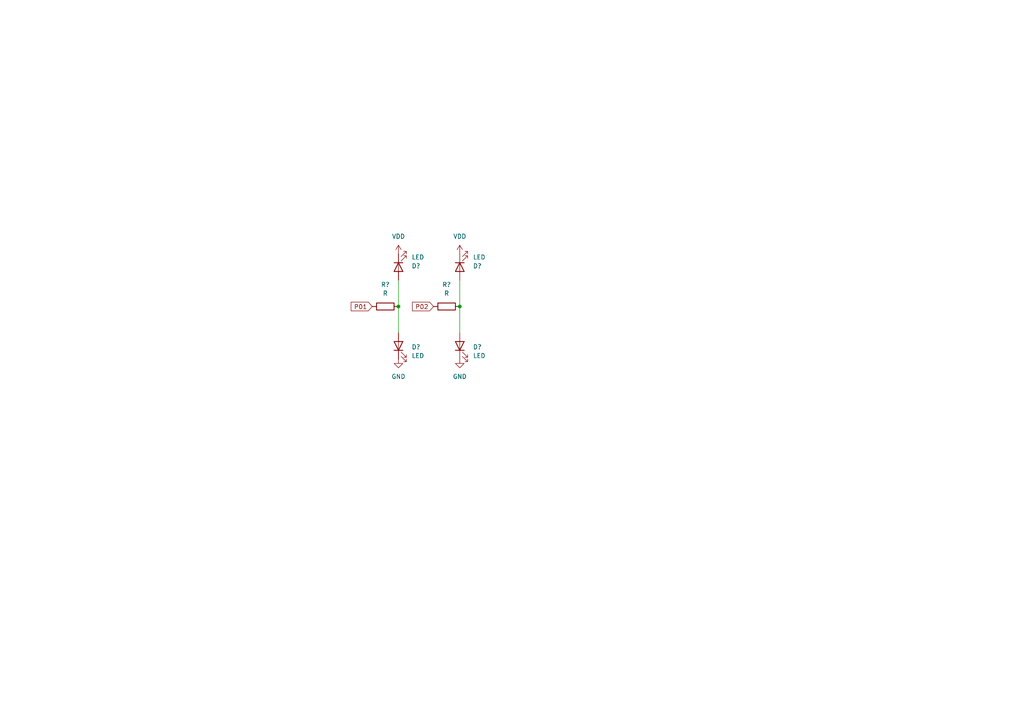
<source format=kicad_sch>
(kicad_sch (version 20211123) (generator eeschema)
  (paper "A4")
  (lib_symbols
    (symbol "Device:LED" (pin_numbers hide) (pin_names (offset 1.016) hide)
      (property "Reference" "D" (at 0 2.54 0))
      (property "Value" "LED" (at 0 -2.54 0))
      (symbol "LED_0_1"
        (polyline (pts (xy -1.27 -1.27) (xy -1.27 1.27)) (stroke (width 0.254)))
        (polyline (pts (xy -1.27 0) (xy 1.27 0)))
        (polyline (pts (xy 1.27 -1.27) (xy 1.27 1.27) (xy -1.27 0) (xy 1.27 -1.27)) (stroke (width 0.254)))
        (polyline (pts (xy -3.048 -0.762) (xy -4.572 -2.286) (xy -3.81 -2.286) (xy -4.572 -2.286) (xy -4.572 -1.524)))
        (polyline (pts (xy -1.778 -0.762) (xy -3.302 -2.286) (xy -2.54 -2.286) (xy -3.302 -2.286) (xy -3.302 -1.524)))
      )
      (symbol "LED_1_1"
        (pin passive line (at -3.81 0 0) (length 2.54) (name "K") (number "1"))
        (pin passive line (at 3.81 0 180) (length 2.54) (name "A") (number "2"))
      )
    )
    (symbol "Device:R" (pin_numbers hide) (pin_names (offset 0))
      (property "Reference" "R" (at 2.032 0 90))
      (property "Value" "R" (at 0 0 90))
      (symbol "R_0_1"
        (rectangle (start -1.016 -2.54) (end 1.016 2.54) (stroke (width 0.254)))
      )
      (symbol "R_1_1"
        (pin passive line (at 0 3.81 270) (length 1.27) (name "~") (number "1"))
        (pin passive line (at 0 -3.81 90) (length 1.27) (name "~") (number "2"))
      )
    )
    (symbol "power:GND" (power) (pin_names (offset 0))
      (property "Value" "GND" (at 0 -3.81 0))
      (symbol "GND_0_1"
        (polyline (pts (xy 0 0) (xy 0 -1.27) (xy 1.27 -1.27) (xy 0 -2.54) (xy -1.27 -1.27) (xy 0 -1.27)))
      )
      (symbol "GND_1_1"
        (pin power_in line (at 0 0 270) (length 0) hide (name "GND") (number "1"))
      )
    )
    (symbol "power:VDD" (power) (pin_names (offset 0))
      (property "Value" "VDD" (at 0 3.81 0))
      (symbol "VDD_0_1"
        (polyline (pts (xy -0.762 1.27) (xy 0 2.54)))
        (polyline (pts (xy 0 0) (xy 0 2.54)))
        (polyline (pts (xy 0 2.54) (xy 0.762 1.27)))
      )
      (symbol "VDD_1_1"
        (pin power_in line (at 0 0 90) (length 0) hide (name "VDD") (number "1"))
      )
    )
  )
  (junction (at 115.57 88.9))
  (junction (at 133.35 88.9))
  (wire (pts (xy 115.57 81.28) (xy 115.57 88.9)))
  (wire (pts (xy 115.57 88.9) (xy 115.57 96.52)))
  (wire (pts (xy 133.35 88.9) (xy 133.35 96.52)))
  (wire (pts (xy 133.35 81.28) (xy 133.35 88.9)))
  (global_label "P01" (shape input) (at 107.95 88.9 180) (property "Intersheet References" "${INTERSHEET_REFS}" (effects hide)))
  (global_label "P02" (shape input) (at 125.73 88.9 180) (property "Intersheet References" "${INTERSHEET_REFS}" (effects hide)))
  (symbol (lib_id "Device:LED") (at 133.35 100.33 90) (unit 1)
    (property "Reference" "D?" (at 137.16 100.6474 90) (effects (justify right)))
    (property "Value" "LED" (at 137.16 103.1874 90) (effects (justify right)))
  )
  (symbol (lib_id "power:VDD") (at 115.57 73.66 0) (unit 1)
    (property "Reference" "#PWR?" (effects hide))
    (property "Value" "VDD" (at 115.57 68.58 0))
  )
  (symbol (lib_id "Device:LED") (at 115.57 77.47 90) (mirror x) (unit 1)
    (property "Reference" "D?" (at 119.38 77.1526 90) (effects (justify right)))
    (property "Value" "LED" (at 119.38 74.6126 90) (effects (justify right)))
  )
  (symbol (lib_id "power:VDD") (at 133.35 73.66 0) (unit 1)
    (property "Reference" "#PWR?" (effects hide))
    (property "Value" "VDD" (at 133.35 68.58 0))
  )
  (symbol (lib_id "Device:LED") (at 133.35 77.47 90) (mirror x) (unit 1)
    (property "Reference" "D?" (at 137.16 77.1526 90) (effects (justify right)))
    (property "Value" "LED" (at 137.16 74.6126 90) (effects (justify right)))
  )
  (symbol (lib_id "power:GND") (at 115.57 104.14 0) (unit 1)
    (property "Reference" "#PWR?" (effects hide))
    (property "Value" "GND" (at 115.57 109.22 0))
  )
  (symbol (lib_id "power:GND") (at 133.35 104.14 0) (unit 1)
    (property "Reference" "#PWR?" (effects hide))
    (property "Value" "GND" (at 133.35 109.22 0))
  )
  (symbol (lib_id "Device:R") (at 111.76 88.9 90) (mirror x) (unit 1)
    (property "Reference" "R?" (at 111.76 82.55 90))
    (property "Value" "R" (at 111.76 85.09 90))
  )
  (symbol (lib_id "Device:R") (at 129.54 88.9 90) (mirror x) (unit 1)
    (property "Reference" "R?" (at 129.54 82.55 90))
    (property "Value" "R" (at 129.54 85.09 90))
  )
  (symbol (lib_id "Device:LED") (at 115.57 100.33 90) (unit 1)
    (property "Reference" "D?" (at 119.38 100.6474 90) (effects (justify right)))
    (property "Value" "LED" (at 119.38 103.1874 90) (effects (justify right)))
  )
)
</source>
